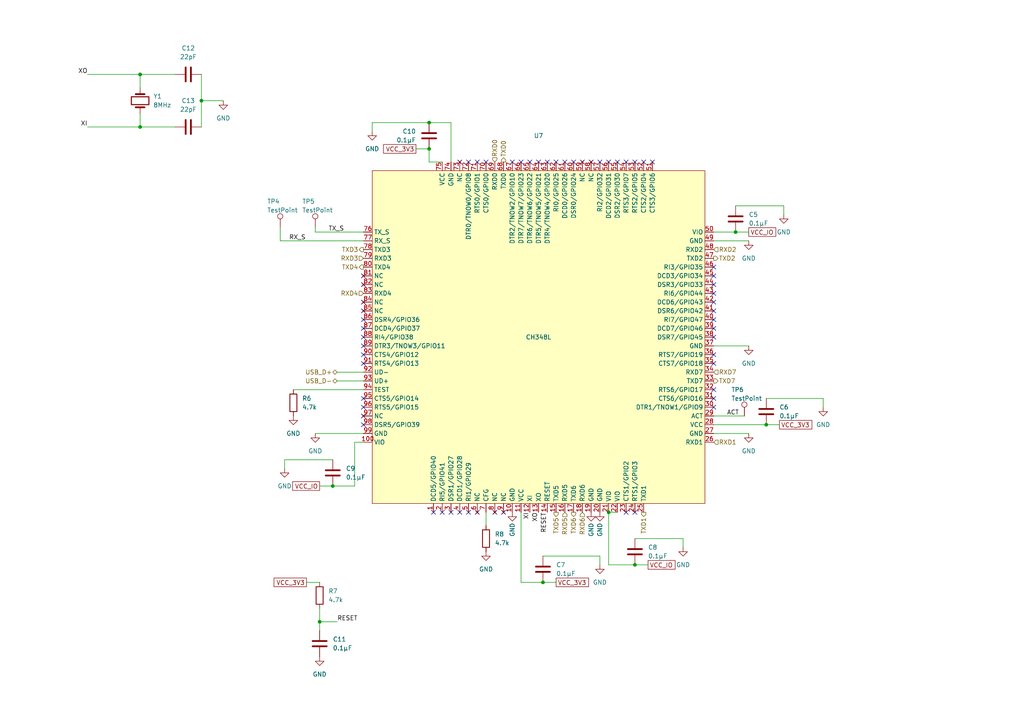
<source format=kicad_sch>
(kicad_sch (version 20211123) (generator eeschema)
  (paper "A4")
  (lib_symbols
    (symbol "CH3401:CH348L"
      (property "Reference" "U" (at 0 68.58 0))
      (property "Value" "CH348L" (at 0 0 0))
      (symbol "CH348L_0_1"
        (rectangle (start -48.26 48.26) (end 48.26 -48.26) (fill (type background)))
      )
      (symbol "CH348L_1_1"
        (pin bidirectional line (at -30.48 -50.8 90) (length 2.54) (name "DCD5/GPIO40") (number "1"))
        (pin passive line (at -7.62 -50.8 90) (length 2.54) (name "GND") (number "10"))
        (pin power_in line (at -50.8 -30.48 0) (length 2.54) (name "VIO") (number "100"))
        (pin power_in line (at -5.08 -50.8 90) (length 2.54) (name "VCC") (number "11"))
        (pin input line (at -2.54 -50.8 90) (length 2.54) (name "XI") (number "12"))
        (pin output line (at 0 -50.8 90) (length 2.54) (name "XO") (number "13"))
        (pin input line (at 2.54 -50.8 90) (length 2.54) (name "RESET") (number "14"))
        (pin output line (at 5.08 -50.8 90) (length 2.54) (name "TXD5") (number "15"))
        (pin input line (at 7.62 -50.8 90) (length 2.54) (name "RXD5") (number "16"))
        (pin output line (at 10.16 -50.8 90) (length 2.54) (name "TXD6") (number "17"))
        (pin input line (at 12.7 -50.8 90) (length 2.54) (name "RXD6") (number "18"))
        (pin passive line (at 15.24 -50.8 90) (length 2.54) (name "GND") (number "19"))
        (pin bidirectional line (at -27.94 -50.8 90) (length 2.54) (name "RI5/GPIO41") (number "2"))
        (pin passive line (at 17.78 -50.8 90) (length 2.54) (name "GND") (number "20"))
        (pin power_in line (at 20.32 -50.8 90) (length 2.54) (name "VIO") (number "21"))
        (pin power_in line (at 22.86 -50.8 90) (length 2.54) (name "VIO") (number "22"))
        (pin bidirectional line (at 25.4 -50.8 90) (length 2.54) (name "CTS1/GPIO2") (number "23"))
        (pin bidirectional line (at 27.94 -50.8 90) (length 2.54) (name "RTS1/GPIO3") (number "24"))
        (pin output line (at 30.48 -50.8 90) (length 2.54) (name "TXD1") (number "25"))
        (pin input line (at 50.8 -30.48 180) (length 2.54) (name "RXD1") (number "26"))
        (pin passive line (at 50.8 -27.94 180) (length 2.54) (name "GND") (number "27"))
        (pin power_in line (at 50.8 -25.4 180) (length 2.54) (name "VCC") (number "28"))
        (pin output line (at 50.8 -22.86 180) (length 2.54) (name "ACT") (number "29"))
        (pin bidirectional line (at -25.4 -50.8 90) (length 2.54) (name "DSR1/GPIO27") (number "3"))
        (pin bidirectional line (at 50.8 -20.32 180) (length 2.54) (name "DTR1/TNOW1/GPIO9") (number "30"))
        (pin bidirectional line (at 50.8 -17.78 180) (length 2.54) (name "CTS6/GPIO16") (number "31"))
        (pin bidirectional line (at 50.8 -15.24 180) (length 2.54) (name "RTS6/GPIO17") (number "32"))
        (pin output line (at 50.8 -12.7 180) (length 2.54) (name "TXD7") (number "33"))
        (pin input line (at 50.8 -10.16 180) (length 2.54) (name "RXD7") (number "34"))
        (pin bidirectional line (at 50.8 -7.62 180) (length 2.54) (name "CTS7/GPIO18") (number "35"))
        (pin bidirectional line (at 50.8 -5.08 180) (length 2.54) (name "RTS7/GPIO19") (number "36"))
        (pin passive line (at 50.8 -2.54 180) (length 2.54) (name "GND") (number "37"))
        (pin bidirectional line (at 50.8 0 180) (length 2.54) (name "DSR7/GPIO45") (number "38"))
        (pin bidirectional line (at 50.8 2.54 180) (length 2.54) (name "DCD7/GPIO46") (number "39"))
        (pin bidirectional line (at -22.86 -50.8 90) (length 2.54) (name "DCD1/GPIO28") (number "4"))
        (pin bidirectional line (at 50.8 5.08 180) (length 2.54) (name "RI7/GPIO47") (number "40"))
        (pin bidirectional line (at 50.8 7.62 180) (length 2.54) (name "DSR6/GPIO42") (number "41"))
        (pin bidirectional line (at 50.8 10.16 180) (length 2.54) (name "DCD6/GPIO43") (number "42"))
        (pin bidirectional line (at 50.8 12.7 180) (length 2.54) (name "RI6/GPIO44") (number "43"))
        (pin bidirectional line (at 50.8 15.24 180) (length 2.54) (name "DSR3/GPIO33") (number "44"))
        (pin bidirectional line (at 50.8 17.78 180) (length 2.54) (name "DCD3/GPIO34") (number "45"))
        (pin bidirectional line (at 50.8 20.32 180) (length 2.54) (name "RI3/GPIO35") (number "46"))
        (pin output line (at 50.8 22.86 180) (length 2.54) (name "TXD2") (number "47"))
        (pin input line (at 50.8 25.4 180) (length 2.54) (name "RXD2") (number "48"))
        (pin passive line (at 50.8 27.94 180) (length 2.54) (name "GND") (number "49"))
        (pin bidirectional line (at -20.32 -50.8 90) (length 2.54) (name "RI1/GPIO29") (number "5"))
        (pin power_in line (at 50.8 30.48 180) (length 2.54) (name "VIO") (number "50"))
        (pin bidirectional line (at 33.02 50.8 270) (length 2.54) (name "CTS3/GPIO6") (number "51"))
        (pin bidirectional line (at 30.48 50.8 270) (length 2.54) (name "CTS2/GPIO4") (number "52"))
        (pin bidirectional line (at 27.94 50.8 270) (length 2.54) (name "RTS2/GPIO5") (number "53"))
        (pin bidirectional line (at 25.4 50.8 270) (length 2.54) (name "RTS3/GPIO7") (number "54"))
        (pin bidirectional line (at 22.86 50.8 270) (length 2.54) (name "DSR2/GPIO30") (number "55"))
        (pin bidirectional line (at 20.32 50.8 270) (length 2.54) (name "DCD2/GPIO31") (number "56"))
        (pin bidirectional line (at 17.78 50.8 270) (length 2.54) (name "RI2/GPIO32") (number "57"))
        (pin no_connect line (at 15.24 50.8 270) (length 2.54) (name "NC") (number "58"))
        (pin no_connect line (at 12.7 50.8 270) (length 2.54) (name "NC") (number "59"))
        (pin no_connect line (at -17.78 -50.8 90) (length 2.54) (name "NC") (number "6"))
        (pin bidirectional line (at 10.16 50.8 270) (length 2.54) (name "DSR0/GPIO24") (number "60"))
        (pin bidirectional line (at 7.62 50.8 270) (length 2.54) (name "DCD0/GPIO26") (number "61"))
        (pin bidirectional line (at 5.08 50.8 270) (length 2.54) (name "RI0/GPIO25") (number "62"))
        (pin bidirectional line (at 2.54 50.8 270) (length 2.54) (name "DTR4/TNOW4/GPIO20") (number "63"))
        (pin bidirectional line (at 0 50.8 270) (length 2.54) (name "DTR5/TNOW5/GPIO21") (number "64"))
        (pin bidirectional line (at -2.54 50.8 270) (length 2.54) (name "DTR6/TNOW6/GPIO22") (number "65"))
        (pin bidirectional line (at -5.08 50.8 270) (length 2.54) (name "DTR7/TNOW7/GPIO23") (number "66"))
        (pin bidirectional line (at -7.62 50.8 270) (length 2.54) (name "DTR2/TNOW2/GPIO10") (number "67"))
        (pin output line (at -10.16 50.8 270) (length 2.54) (name "TXD0") (number "68"))
        (pin input line (at -12.7 50.8 270) (length 2.54) (name "RXD0") (number "69"))
        (pin input line (at -15.24 -50.8 90) (length 2.54) (name "CFG") (number "7"))
        (pin bidirectional line (at -15.24 50.8 270) (length 2.54) (name "CTS0/GPIO0") (number "70"))
        (pin bidirectional line (at -17.78 50.8 270) (length 2.54) (name "RTS0/GPIO1") (number "71"))
        (pin bidirectional line (at -20.32 50.8 270) (length 2.54) (name "DTR0/TNOW0/GPIO8") (number "72"))
        (pin no_connect line (at -22.86 50.8 270) (length 2.54) (name "NC") (number "73"))
        (pin passive line (at -25.4 50.8 270) (length 2.54) (name "GND") (number "74"))
        (pin power_in line (at -27.94 50.8 270) (length 2.54) (name "VCC") (number "75"))
        (pin output line (at -50.8 30.48 0) (length 2.54) (name "TX_S") (number "76"))
        (pin output line (at -50.8 27.94 0) (length 2.54) (name "RX_S") (number "77"))
        (pin output line (at -50.8 25.4 0) (length 2.54) (name "TXD3") (number "78"))
        (pin input line (at -50.8 22.86 0) (length 2.54) (name "RXD3") (number "79"))
        (pin no_connect line (at -12.7 -50.8 90) (length 2.54) (name "NC") (number "8"))
        (pin output line (at -50.8 20.32 0) (length 2.54) (name "TXD4") (number "80"))
        (pin no_connect line (at -50.8 17.78 0) (length 2.54) (name "NC") (number "81"))
        (pin no_connect line (at -50.8 15.24 0) (length 2.54) (name "NC") (number "82"))
        (pin input line (at -50.8 12.7 0) (length 2.54) (name "RXD4") (number "83"))
        (pin no_connect line (at -50.8 10.16 0) (length 2.54) (name "NC") (number "84"))
        (pin no_connect line (at -50.8 7.62 0) (length 2.54) (name "NC") (number "85"))
        (pin bidirectional line (at -50.8 5.08 0) (length 2.54) (name "DSR4/GPIO36") (number "86"))
        (pin bidirectional line (at -50.8 2.54 0) (length 2.54) (name "DCD4/GPIO37") (number "87"))
        (pin bidirectional line (at -50.8 0 0) (length 2.54) (name "RI4/GPIO38") (number "88"))
        (pin bidirectional line (at -50.8 -2.54 0) (length 2.54) (name "DTR3/TNOW3/GPIO11") (number "89"))
        (pin no_connect line (at -10.16 -50.8 90) (length 2.54) (name "NC") (number "9"))
        (pin bidirectional line (at -50.8 -5.08 0) (length 2.54) (name "CTS4/GPIO12") (number "90"))
        (pin bidirectional line (at -50.8 -7.62 0) (length 2.54) (name "RTS4/GPIO13") (number "91"))
        (pin bidirectional line (at -50.8 -10.16 0) (length 2.54) (name "UD-") (number "92"))
        (pin bidirectional line (at -50.8 -12.7 0) (length 2.54) (name "UD+") (number "93"))
        (pin input line (at -50.8 -15.24 0) (length 2.54) (name "TEST") (number "94"))
        (pin bidirectional line (at -50.8 -17.78 0) (length 2.54) (name "CTS5/GPIO14") (number "95"))
        (pin bidirectional line (at -50.8 -20.32 0) (length 2.54) (name "RTS5/GPIO15") (number "96"))
        (pin no_connect line (at -50.8 -22.86 0) (length 2.54) (name "NC") (number "97"))
        (pin bidirectional line (at -50.8 -25.4 0) (length 2.54) (name "DSR5/GPIO39") (number "98"))
        (pin passive line (at -50.8 -27.94 0) (length 2.54) (name "GND") (number "99"))
      )
    )
    (symbol "Connector:TestPoint" (pin_numbers hide) (pin_names (offset 0.762) hide)
      (property "Reference" "TP" (at 0 6.858 0))
      (property "Value" "TestPoint" (at 0 5.08 0))
      (symbol "TestPoint_0_1"
        (circle (center 0 3.302) (radius 0.762))
      )
      (symbol "TestPoint_1_1"
        (pin passive line (at 0 0 90) (length 2.54) (name "1") (number "1"))
      )
    )
    (symbol "Device:C" (pin_numbers hide) (pin_names (offset 0.254))
      (property "Reference" "C" (at 0.635 2.54 0))
      (property "Value" "C" (at 0.635 -2.54 0))
      (symbol "C_0_1"
        (polyline (pts (xy -2.032 -0.762) (xy 2.032 -0.762)) (stroke (width 0.508)))
        (polyline (pts (xy -2.032 0.762) (xy 2.032 0.762)) (stroke (width 0.508)))
      )
      (symbol "C_1_1"
        (pin passive line (at 0 3.81 270) (length 2.794) (name "~") (number "1"))
        (pin passive line (at 0 -3.81 90) (length 2.794) (name "~") (number "2"))
      )
    )
    (symbol "Device:Crystal" (pin_numbers hide) (pin_names (offset 1.016) hide)
      (property "Reference" "Y" (at 0 3.81 0))
      (property "Value" "Crystal" (at 0 -3.81 0))
      (symbol "Crystal_0_1"
        (rectangle (start -1.143 2.54) (end 1.143 -2.54) (stroke (width 0.3048)))
        (polyline (pts (xy -2.54 0) (xy -1.905 0)))
        (polyline (pts (xy -1.905 -1.27) (xy -1.905 1.27)) (stroke (width 0.508)))
        (polyline (pts (xy 1.905 -1.27) (xy 1.905 1.27)) (stroke (width 0.508)))
        (polyline (pts (xy 2.54 0) (xy 1.905 0)))
      )
      (symbol "Crystal_1_1"
        (pin passive line (at -3.81 0 0) (length 1.27) (name "1") (number "1"))
        (pin passive line (at 3.81 0 180) (length 1.27) (name "2") (number "2"))
      )
    )
    (symbol "Device:R" (pin_numbers hide) (pin_names (offset 0))
      (property "Reference" "R" (at 2.032 0 90))
      (property "Value" "R" (at 0 0 90))
      (symbol "R_0_1"
        (rectangle (start -1.016 -2.54) (end 1.016 2.54) (stroke (width 0.254)))
      )
      (symbol "R_1_1"
        (pin passive line (at 0 3.81 270) (length 1.27) (name "~") (number "1"))
        (pin passive line (at 0 -3.81 90) (length 1.27) (name "~") (number "2"))
      )
    )
    (symbol "power:GND" (power) (pin_names (offset 0))
      (property "Value" "GND" (at 0 -3.81 0))
      (symbol "GND_0_1"
        (polyline (pts (xy 0 0) (xy 0 -1.27) (xy 1.27 -1.27) (xy 0 -2.54) (xy -1.27 -1.27) (xy 0 -1.27)))
      )
      (symbol "GND_1_1"
        (pin power_in line (at 0 0 270) (length 0) hide (name "GND") (number "1"))
      )
    )
  )
  (junction (at 222.25 123.19))
  (junction (at 92.71 180.34))
  (junction (at 40.64 36.83))
  (junction (at 213.36 67.31))
  (junction (at 58.42 29.21))
  (junction (at 157.48 168.91))
  (junction (at 176.53 148.59))
  (junction (at 96.52 140.97))
  (junction (at 124.46 35.56))
  (junction (at 124.46 43.18))
  (junction (at 184.15 163.83))
  (junction (at 40.64 21.59))
  (no_connect (at 135.89 148.59))
  (no_connect (at 133.35 148.59))
  (no_connect (at 130.81 148.59))
  (no_connect (at 128.27 148.59))
  (no_connect (at 125.73 148.59))
  (no_connect (at 105.41 105.41))
  (no_connect (at 105.41 102.87))
  (no_connect (at 105.41 100.33))
  (no_connect (at 105.41 97.79))
  (no_connect (at 105.41 95.25))
  (no_connect (at 105.41 92.71))
  (no_connect (at 105.41 123.19))
  (no_connect (at 105.41 118.11))
  (no_connect (at 105.41 115.57))
  (no_connect (at 181.61 148.59))
  (no_connect (at 184.15 148.59))
  (no_connect (at 171.45 46.99))
  (no_connect (at 168.91 46.99))
  (no_connect (at 146.05 148.59))
  (no_connect (at 133.35 46.99))
  (no_connect (at 138.43 148.59))
  (no_connect (at 143.51 148.59))
  (no_connect (at 105.41 80.01))
  (no_connect (at 105.41 120.65))
  (no_connect (at 105.41 82.55))
  (no_connect (at 105.41 87.63))
  (no_connect (at 105.41 90.17))
  (no_connect (at 207.01 105.41))
  (no_connect (at 207.01 102.87))
  (no_connect (at 207.01 113.03))
  (no_connect (at 207.01 115.57))
  (no_connect (at 207.01 118.11))
  (no_connect (at 186.69 46.99))
  (no_connect (at 189.23 46.99))
  (no_connect (at 207.01 77.47))
  (no_connect (at 207.01 80.01))
  (no_connect (at 207.01 82.55))
  (no_connect (at 207.01 85.09))
  (no_connect (at 207.01 87.63))
  (no_connect (at 207.01 90.17))
  (no_connect (at 207.01 92.71))
  (no_connect (at 207.01 95.25))
  (no_connect (at 207.01 97.79))
  (no_connect (at 166.37 46.99))
  (no_connect (at 135.89 46.99))
  (no_connect (at 163.83 46.99))
  (no_connect (at 138.43 46.99))
  (no_connect (at 140.97 46.99))
  (no_connect (at 148.59 46.99))
  (no_connect (at 151.13 46.99))
  (no_connect (at 153.67 46.99))
  (no_connect (at 156.21 46.99))
  (no_connect (at 158.75 46.99))
  (no_connect (at 161.29 46.99))
  (no_connect (at 181.61 46.99))
  (no_connect (at 184.15 46.99))
  (no_connect (at 173.99 46.99))
  (no_connect (at 176.53 46.99))
  (no_connect (at 179.07 46.99))
  (wire (pts (xy 124.46 43.18) (xy 120.65 43.18)))
  (wire (pts (xy 85.09 113.03) (xy 105.41 113.03)))
  (wire (pts (xy 157.48 161.29) (xy 173.99 161.29)))
  (wire (pts (xy 176.53 148.59) (xy 176.53 163.83)))
  (wire (pts (xy 184.15 156.21) (xy 198.12 156.21)))
  (wire (pts (xy 25.4 21.59) (xy 40.64 21.59)))
  (wire (pts (xy 124.46 46.99) (xy 124.46 43.18)))
  (wire (pts (xy 130.81 35.56) (xy 124.46 35.56)))
  (wire (pts (xy 140.97 148.59) (xy 140.97 152.4)))
  (wire (pts (xy 207.01 125.73) (xy 217.17 125.73)))
  (wire (pts (xy 238.76 115.57) (xy 238.76 118.11)))
  (wire (pts (xy 222.25 115.57) (xy 238.76 115.57)))
  (wire (pts (xy 184.15 163.83) (xy 187.96 163.83)))
  (wire (pts (xy 207.01 100.33) (xy 217.17 100.33)))
  (wire (pts (xy 102.87 140.97) (xy 96.52 140.97)))
  (wire (pts (xy 105.41 69.85) (xy 81.28 69.85)))
  (wire (pts (xy 207.01 69.85) (xy 217.17 69.85)))
  (wire (pts (xy 173.99 161.29) (xy 173.99 163.83)))
  (wire (pts (xy 58.42 21.59) (xy 58.42 29.21)))
  (wire (pts (xy 97.79 110.49) (xy 105.41 110.49)))
  (wire (pts (xy 88.9 168.91) (xy 92.71 168.91)))
  (wire (pts (xy 105.41 67.31) (xy 91.44 67.31)))
  (wire (pts (xy 157.48 168.91) (xy 161.29 168.91)))
  (wire (pts (xy 198.12 156.21) (xy 198.12 158.75)))
  (wire (pts (xy 92.71 180.34) (xy 97.79 180.34)))
  (wire (pts (xy 124.46 35.56) (xy 107.95 35.56)))
  (wire (pts (xy 96.52 140.97) (xy 92.71 140.97)))
  (wire (pts (xy 207.01 120.65) (xy 215.9 120.65)))
  (wire (pts (xy 151.13 148.59) (xy 151.13 168.91)))
  (wire (pts (xy 40.64 36.83) (xy 50.8 36.83)))
  (wire (pts (xy 207.01 67.31) (xy 213.36 67.31)))
  (wire (pts (xy 213.36 59.69) (xy 227.33 59.69)))
  (wire (pts (xy 227.33 59.69) (xy 227.33 62.23)))
  (wire (pts (xy 25.4 36.83) (xy 40.64 36.83)))
  (wire (pts (xy 130.81 35.56) (xy 130.81 46.99)))
  (wire (pts (xy 91.44 125.73) (xy 105.41 125.73)))
  (wire (pts (xy 58.42 29.21) (xy 58.42 36.83)))
  (wire (pts (xy 102.87 128.27) (xy 105.41 128.27)))
  (wire (pts (xy 40.64 21.59) (xy 40.64 25.4)))
  (wire (pts (xy 91.44 67.31) (xy 91.44 66.04)))
  (wire (pts (xy 97.79 107.95) (xy 105.41 107.95)))
  (wire (pts (xy 176.53 148.59) (xy 179.07 148.59)))
  (wire (pts (xy 176.53 163.83) (xy 184.15 163.83)))
  (wire (pts (xy 213.36 67.31) (xy 217.17 67.31)))
  (wire (pts (xy 40.64 36.83) (xy 40.64 33.02)))
  (wire (pts (xy 207.01 123.19) (xy 222.25 123.19)))
  (wire (pts (xy 81.28 69.85) (xy 81.28 66.04)))
  (wire (pts (xy 40.64 21.59) (xy 50.8 21.59)))
  (wire (pts (xy 107.95 35.56) (xy 107.95 38.1)))
  (wire (pts (xy 58.42 29.21) (xy 64.77 29.21)))
  (wire (pts (xy 96.52 133.35) (xy 82.55 133.35)))
  (wire (pts (xy 92.71 180.34) (xy 92.71 182.88)))
  (wire (pts (xy 82.55 133.35) (xy 82.55 135.89)))
  (wire (pts (xy 128.27 46.99) (xy 124.46 46.99)))
  (wire (pts (xy 151.13 168.91) (xy 157.48 168.91)))
  (wire (pts (xy 102.87 140.97) (xy 102.87 128.27)))
  (wire (pts (xy 92.71 176.53) (xy 92.71 180.34)))
  (wire (pts (xy 222.25 123.19) (xy 226.06 123.19)))
  (label "TX_S" (at 95.25 67.31 0))
  (label "XO" (at 156.21 148.59 270))
  (label "ACT" (at 210.82 120.65 0))
  (label "XI" (at 25.4 36.83 180))
  (label "XI" (at 153.67 148.59 270))
  (label "RX_S" (at 83.82 69.85 0))
  (label "XO" (at 25.4 21.59 180))
  (label "RESET" (at 158.75 148.59 270))
  (label "RESET" (at 97.79 180.34 0))
  (global_label "VCC_3V3" (shape passive) (at 226.06 123.19 0) (property "Intersheet References" "${INTERSHEET_REFS}" (effects hide)))
  (global_label "VCC_IO" (shape passive) (at 92.71 140.97 180) (property "Intersheet References" "${INTERSHEET_REFS}" (effects hide)))
  (global_label "VCC_IO" (shape passive) (at 217.17 67.31 0) (property "Intersheet References" "${INTERSHEET_REFS}" (effects hide)))
  (global_label "VCC_3V3" (shape passive) (at 161.29 168.91 0) (property "Intersheet References" "${INTERSHEET_REFS}" (effects hide)))
  (global_label "VCC_IO" (shape passive) (at 187.96 163.83 0) (property "Intersheet References" "${INTERSHEET_REFS}" (effects hide)))
  (global_label "VCC_3V3" (shape passive) (at 88.9 168.91 180) (property "Intersheet References" "${INTERSHEET_REFS}" (effects hide)))
  (global_label "VCC_3V3" (shape passive) (at 120.65 43.18 180) (property "Intersheet References" "${INTERSHEET_REFS}" (effects hide)))
  (hierarchical_label "RXD0" (shape input) (at 143.51 46.99 90))
  (hierarchical_label "TXD6" (shape output) (at 166.37 148.59 270))
  (hierarchical_label "RXD7" (shape input) (at 207.01 107.95 0))
  (hierarchical_label "RXD1" (shape input) (at 207.01 128.27 0))
  (hierarchical_label "USB_D-" (shape bidirectional) (at 97.79 110.49 180))
  (hierarchical_label "TXD4" (shape output) (at 105.41 77.47 180))
  (hierarchical_label "TXD3" (shape output) (at 105.41 72.39 180))
  (hierarchical_label "TXD7" (shape output) (at 207.01 110.49 0))
  (hierarchical_label "RXD2" (shape input) (at 207.01 72.39 0))
  (hierarchical_label "USB_D+" (shape bidirectional) (at 97.79 107.95 180))
  (hierarchical_label "RXD3" (shape input) (at 105.41 74.93 180))
  (hierarchical_label "RXD4" (shape input) (at 105.41 85.09 180))
  (hierarchical_label "RXD6" (shape input) (at 168.91 148.59 270))
  (hierarchical_label "TXD5" (shape output) (at 161.29 148.59 270))
  (hierarchical_label "TXD0" (shape output) (at 146.05 46.99 90))
  (hierarchical_label "TXD2" (shape output) (at 207.01 74.93 0))
  (hierarchical_label "RXD5" (shape input) (at 163.83 148.59 270))
  (hierarchical_label "TXD1" (shape output) (at 186.69 148.59 270))
  (symbol (lib_id "Device:C") (at 222.25 119.38 0) (unit 1)
    (property "Reference" "C6" (at 226.06 118.1099 0) (effects (justify left)))
    (property "Value" "0.1µF" (at 226.06 120.6499 0) (effects (justify left)))
    (property "Footprint" "Capacitor_SMD:C_0603_1608Metric" (effects hide))
    (property "MPN" "0.1uF 0603" (effects hide))
  )
  (symbol (lib_id "power:GND") (at 217.17 125.73 0) (unit 1)
    (property "Reference" "#PWR0128" (effects hide))
    (property "Value" "GND" (at 217.17 130.81 0))
  )
  (symbol (lib_id "power:GND") (at 217.17 69.85 0) (unit 1)
    (property "Reference" "#PWR0125" (effects hide))
    (property "Value" "GND" (at 217.17 74.93 0))
  )
  (symbol (lib_id "power:GND") (at 238.76 118.11 0) (unit 1)
    (property "Reference" "#PWR0126" (effects hide))
    (property "Value" "GND" (at 238.76 123.19 0))
  )
  (symbol (lib_id "power:GND") (at 92.71 190.5 0) (unit 1)
    (property "Reference" "#PWR0138" (effects hide))
    (property "Value" "GND" (at 92.71 195.58 0))
  )
  (symbol (lib_id "power:GND") (at 171.45 148.59 0) (unit 1)
    (property "Reference" "#PWR0132" (effects hide))
    (property "Value" "GND" (at 171.45 153.67 90))
  )
  (symbol (lib_id "Connector:TestPoint") (at 215.9 120.65 0) (unit 1) (in_bom no)
    (property "Reference" "TP6" (at 212.09 113.03 0) (effects (justify left)))
    (property "Value" "TestPoint" (at 212.09 115.57 0) (effects (justify left)))
    (property "Footprint" "TestPoint:TestPoint_Plated_Hole_D2.0mm" (effects hide))
  )
  (symbol (lib_id "power:GND") (at 198.12 158.75 0) (unit 1)
    (property "Reference" "#PWR0134" (effects hide))
    (property "Value" "GND" (at 198.12 163.83 0))
  )
  (symbol (lib_id "Device:C") (at 92.71 186.69 0) (unit 1)
    (property "Reference" "C11" (at 96.52 185.4199 0) (effects (justify left)))
    (property "Value" "0.1µF" (at 96.52 187.9599 0) (effects (justify left)))
    (property "Footprint" "Capacitor_SMD:C_0603_1608Metric" (effects hide))
    (property "MPN" "0.1uF 0603" (effects hide))
  )
  (symbol (lib_id "power:GND") (at 82.55 135.89 0) (mirror y) (unit 1)
    (property "Reference" "#PWR0136" (effects hide))
    (property "Value" "GND" (at 82.55 140.97 0))
  )
  (symbol (lib_id "power:GND") (at 64.77 29.21 0) (unit 1)
    (property "Reference" "#PWR0140" (effects hide))
    (property "Value" "GND" (at 64.77 34.29 0))
  )
  (symbol (lib_id "Device:R") (at 92.71 172.72 0) (unit 1)
    (property "Reference" "R7" (at 95.25 171.4499 0) (effects (justify left)))
    (property "Value" "4.7k" (at 95.25 173.9899 0) (effects (justify left)))
    (property "Footprint" "Resistor_SMD:R_0603_1608Metric" (effects hide))
    (property "MPN" "4.7k 0603" (effects hide))
  )
  (symbol (lib_id "power:GND") (at 107.95 38.1 0) (mirror y) (unit 1)
    (property "Reference" "#PWR0124" (effects hide))
    (property "Value" "GND" (at 107.95 43.18 0))
  )
  (symbol (lib_id "Device:C") (at 213.36 63.5 0) (unit 1)
    (property "Reference" "C5" (at 217.17 62.2299 0) (effects (justify left)))
    (property "Value" "0.1µF" (at 217.17 64.7699 0) (effects (justify left)))
    (property "Footprint" "Capacitor_SMD:C_0603_1608Metric" (effects hide))
    (property "MPN" "0.1uF 0603" (effects hide))
  )
  (symbol (lib_id "Device:C") (at 96.52 137.16 0) (mirror y) (unit 1)
    (property "Reference" "C9" (at 100.33 135.8899 0) (effects (justify right)))
    (property "Value" "0.1µF" (at 100.33 138.4299 0) (effects (justify right)))
    (property "Footprint" "Capacitor_SMD:C_0603_1608Metric" (effects hide))
    (property "MPN" "0.1uF 0603" (effects hide))
  )
  (symbol (lib_id "power:GND") (at 85.09 120.65 0) (unit 1)
    (property "Reference" "#PWR0139" (effects hide))
    (property "Value" "GND" (at 85.09 125.73 0))
  )
  (symbol (lib_id "Connector:TestPoint") (at 91.44 66.04 0) (unit 1) (in_bom no)
    (property "Reference" "TP5" (at 87.63 58.42 0) (effects (justify left)))
    (property "Value" "TestPoint" (at 87.63 60.96 0) (effects (justify left)))
    (property "Footprint" "TestPoint:TestPoint_Plated_Hole_D2.0mm" (effects hide))
  )
  (symbol (lib_id "power:GND") (at 91.44 125.73 0) (unit 1)
    (property "Reference" "#PWR0135" (effects hide))
    (property "Value" "GND" (at 91.44 130.81 0))
  )
  (symbol (lib_id "power:GND") (at 227.33 62.23 0) (unit 1)
    (property "Reference" "#PWR0127" (effects hide))
    (property "Value" "GND" (at 227.33 67.31 0))
  )
  (symbol (lib_id "Device:C") (at 54.61 21.59 90) (unit 1)
    (property "Reference" "C12" (at 54.61 13.97 90))
    (property "Value" "22pF" (at 54.61 16.51 90))
    (property "Footprint" "Capacitor_SMD:C_0603_1608Metric" (effects hide))
    (property "MPN" "251R14S220JV4T" (effects hide))
    (property "LCSC Part #" "C2168905" (effects hide))
    (property "Part" "251R14S220JV4T" (effects hide))
  )
  (symbol (lib_id "Device:C") (at 54.61 36.83 90) (unit 1)
    (property "Reference" "C13" (at 54.61 29.21 90))
    (property "Value" "22pF" (at 54.61 31.75 90))
    (property "Footprint" "Capacitor_SMD:C_0603_1608Metric" (effects hide))
    (property "MPN" "251R14S220JV4T" (effects hide))
    (property "LCSC Part #" "C2168905" (effects hide))
    (property "Part" "251R14S220JV4T" (effects hide))
  )
  (symbol (lib_id "Device:Crystal") (at 40.64 29.21 90) (unit 1)
    (property "Reference" "Y1" (at 44.45 27.9399 90) (effects (justify right)))
    (property "Value" "8MHz" (at 44.45 30.4799 90) (effects (justify right)))
    (property "Footprint" "Crystal:Crystal_SMD_HC49-SD_HandSoldering" (effects hide))
    (property "MPN" "ATS080BSM-1E" (effects hide))
    (property "Manufacturer" "CTS-Frequency Controls" (effects hide))
    (property "Part" "ATS080BSM-1E" (effects hide))
  )
  (symbol (lib_id "Device:C") (at 124.46 39.37 0) (mirror y) (unit 1)
    (property "Reference" "C10" (at 120.65 38.0999 0) (effects (justify left)))
    (property "Value" "0.1µF" (at 120.65 40.6399 0) (effects (justify left)))
    (property "Footprint" "Capacitor_SMD:C_0603_1608Metric" (effects hide))
    (property "MPN" "0.1uF 0603" (effects hide))
  )
  (symbol (lib_id "power:GND") (at 173.99 148.59 0) (unit 1)
    (property "Reference" "#PWR0133" (effects hide))
    (property "Value" "GND" (at 173.99 153.67 90))
  )
  (symbol (lib_id "Device:R") (at 85.09 116.84 0) (unit 1)
    (property "Reference" "R6" (at 87.63 115.5699 0) (effects (justify left)))
    (property "Value" "4.7k" (at 87.63 118.1099 0) (effects (justify left)))
    (property "Footprint" "Resistor_SMD:R_0603_1608Metric" (effects hide))
    (property "MPN" "4.7k 0603" (effects hide))
  )
  (symbol (lib_id "power:GND") (at 173.99 163.83 0) (unit 1)
    (property "Reference" "#PWR0130" (effects hide))
    (property "Value" "GND" (at 173.99 168.91 0))
  )
  (symbol (lib_id "Device:C") (at 157.48 165.1 0) (unit 1)
    (property "Reference" "C7" (at 161.29 163.8299 0) (effects (justify left)))
    (property "Value" "0.1µF" (at 161.29 166.3699 0) (effects (justify left)))
    (property "Footprint" "Capacitor_SMD:C_0603_1608Metric" (effects hide))
    (property "MPN" "0.1uF 0603" (effects hide))
  )
  (symbol (lib_id "power:GND") (at 148.59 148.59 0) (unit 1)
    (property "Reference" "#PWR0131" (effects hide))
    (property "Value" "GND" (at 148.59 153.67 90))
  )
  (symbol (lib_id "power:GND") (at 140.97 160.02 0) (unit 1)
    (property "Reference" "#PWR0137" (effects hide))
    (property "Value" "GND" (at 140.97 165.1 0))
  )
  (symbol (lib_id "Device:C") (at 184.15 160.02 0) (unit 1)
    (property "Reference" "C8" (at 187.96 158.7499 0) (effects (justify left)))
    (property "Value" "0.1µF" (at 187.96 161.2899 0) (effects (justify left)))
    (property "Footprint" "Capacitor_SMD:C_0603_1608Metric" (effects hide))
    (property "MPN" "0.1uF 0603" (effects hide))
  )
  (symbol (lib_id "Connector:TestPoint") (at 81.28 66.04 0) (unit 1) (in_bom no)
    (property "Reference" "TP4" (at 77.47 58.42 0) (effects (justify left)))
    (property "Value" "TestPoint" (at 77.47 60.96 0) (effects (justify left)))
    (property "Footprint" "TestPoint:TestPoint_Plated_Hole_D2.0mm" (effects hide))
  )
  (symbol (lib_id "CH3401:CH348L") (at 156.21 97.79 0) (unit 1)
    (property "Reference" "U7" (at 156.21 39.37 0))
    (property "Value" "CH348L" (at 156.21 97.79 0))
    (property "Footprint" "Package_QFP:LQFP-100_14x14mm_P0.5mm" (effects hide))
    (property "MPN" "CH348L" (effects hide))
    (property "LCSC Part #" "C2979160" (effects hide))
  )
  (symbol (lib_id "Device:R") (at 140.97 156.21 0) (unit 1)
    (property "Reference" "R8" (at 143.51 154.9399 0) (effects (justify left)))
    (property "Value" "4.7k" (at 143.51 157.4799 0) (effects (justify left)))
    (property "Footprint" "Resistor_SMD:R_0603_1608Metric" (effects hide))
    (property "MPN" "4.7k 0603" (effects hide))
  )
  (symbol (lib_id "power:GND") (at 217.17 100.33 0) (unit 1)
    (property "Reference" "#PWR0129" (effects hide))
    (property "Value" "GND" (at 217.17 105.41 0))
  )
)
</source>
